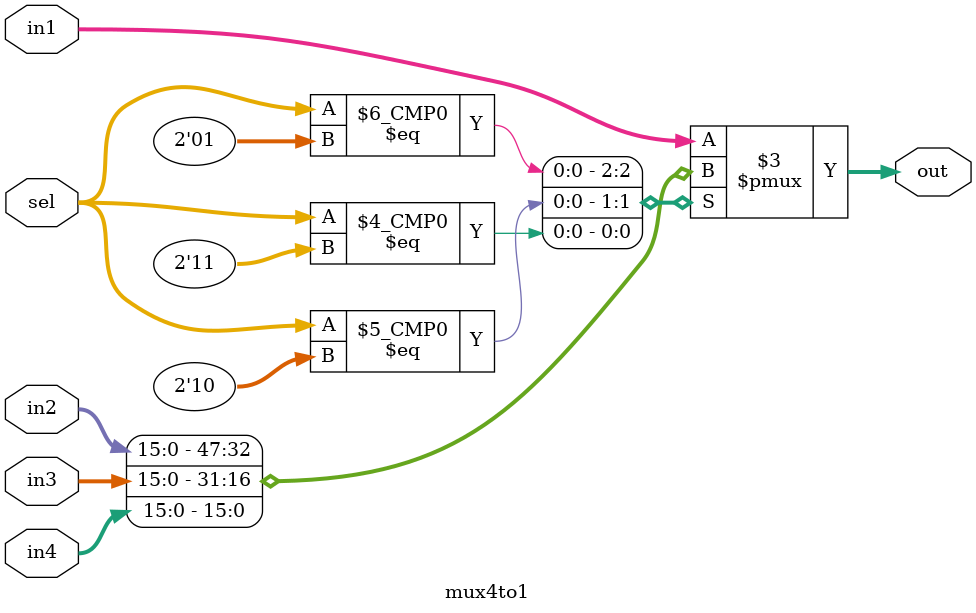
<source format=v>
`include "opcodes.v" 

module mux2to1 #(parameter DATA_WIDTH = 16) (in1, in2, sel, out);
    input [DATA_WIDTH-1:0] in1, in2;
    input sel;
    output reg [DATA_WIDTH-1:0] out;
    
    always @(*) begin
        case(sel)
            1: out = in2;
            default: out = in1;
        endcase
    end
endmodule

module mux4to1 #(parameter DATA_WIDTH = 16) (in1, in2, in3, in4, sel, out);
    input [DATA_WIDTH-1:0] in1, in2, in3, in4;
    input [1:0] sel;
    output reg [DATA_WIDTH-1:0] out;
    
    always @(*) begin
        case(sel)
            1: out = in2;
            2: out = in3;
            3: out = in4;
            default: out = in1;
        endcase
    end
endmodule
</source>
